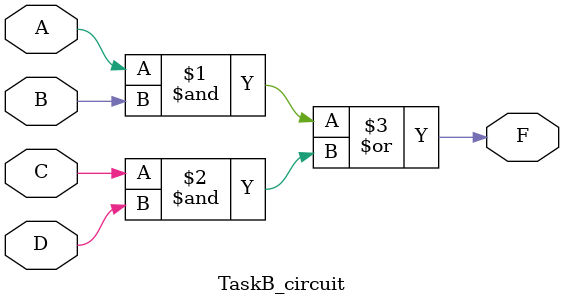
<source format=v>
`timescale 1ns / 1ps

module TaskB_circuit(
    input A,
    input B,
    input C,
    input D,
    output F
    );

assign F= (A&B) | (C&D);
endmodule

</source>
